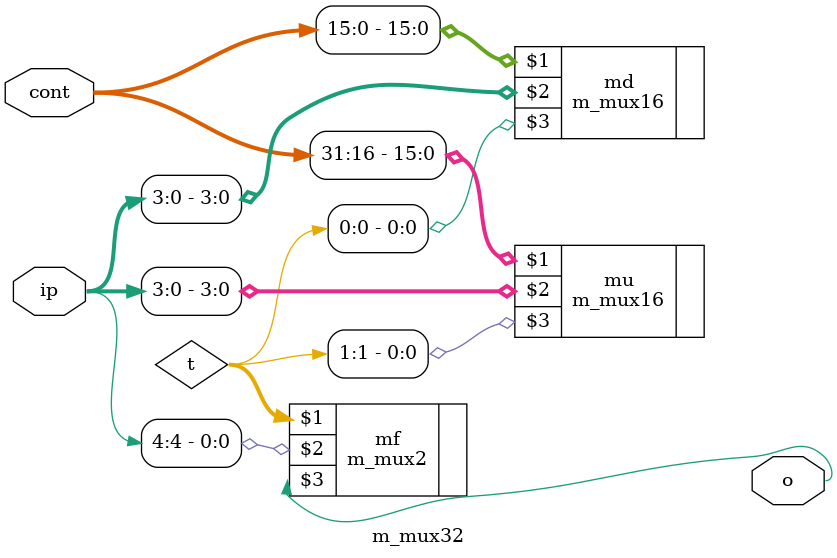
<source format=v>
`include "mux16.v"

module m_mux32(input[31:0] cont, input[4:0]ip, output o);

	wire[1:0] t;
	m_mux16 mu(cont[31:16],ip[3:0],t[1]);
	m_mux16 md(cont[15:0],ip[3:0],t[0]);
	m_mux2 mf(t,ip[4],o);
	
endmodule
</source>
